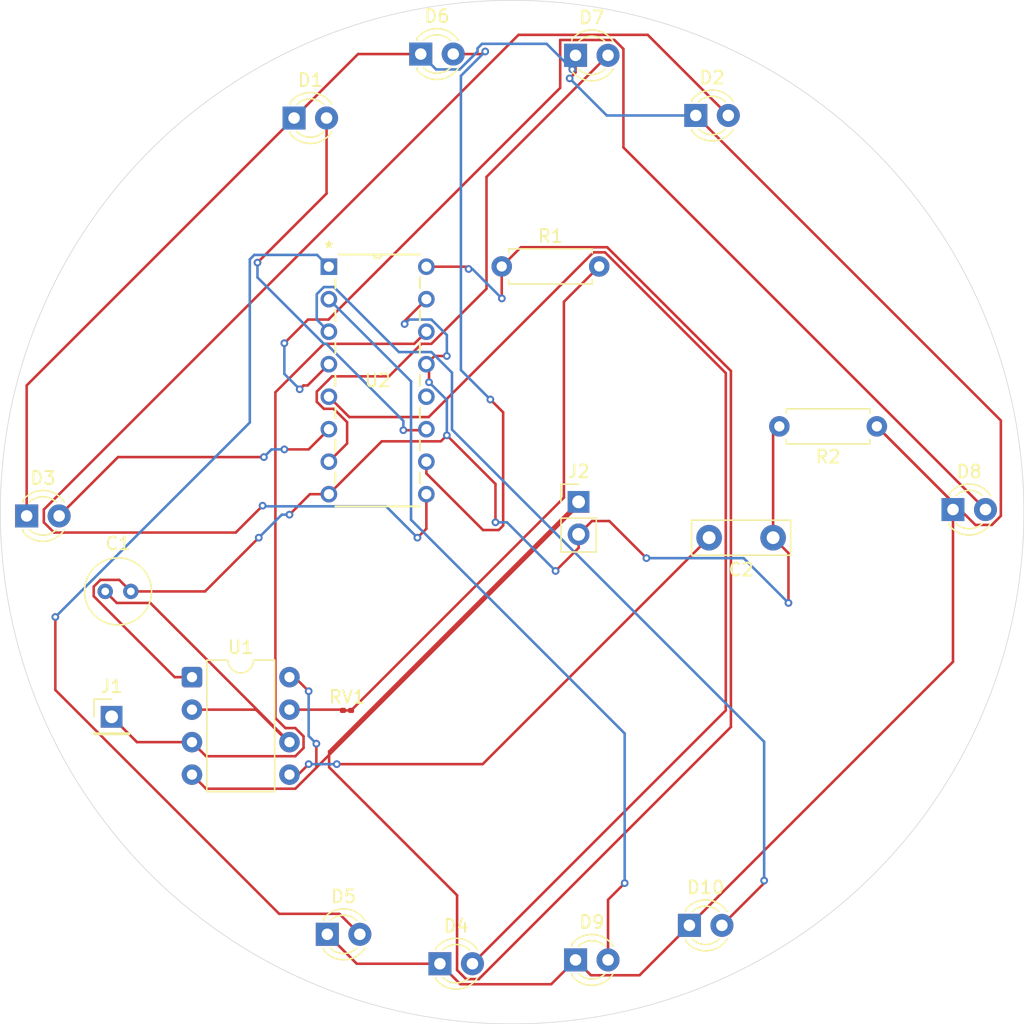
<source format=kicad_pcb>
(kicad_pcb (version 20241229) (generator "pcbnew") (generator_version "9.0")
  (layers (0 "F.Cu" signal) (2 "B.Cu" signal) (13 "F.Paste" user) (15 "B.Paste" user) (5 "F.SilkS" user "F.Silkscreen") (7 "B.SilkS" user "B.Silkscreen") (1 "F.Mask" user) (3 "B.Mask" user) (25 "Edge.Cuts" user))
  (net 0 "")
  (net 1 "TR")
  (net 2 "GND")
  (net 3 "Net-(U1-CONT)")
  (net 4 "Net-(D1-A)")
  (net 5 "Net-(D1-K)")
  (net 6 "Net-(D2-A)")
  (net 7 "Net-(D3-A)")
  (net 8 "Net-(D4-A)")
  (net 9 "Net-(D5-A)")
  (net 10 "Net-(D6-A)")
  (net 11 "Net-(D7-A)")
  (net 12 "Net-(D8-A)")
  (net 13 "Net-(D9-A)")
  (net 14 "Net-(D10-A)")
  (net 15 "OUT")
  (net 16 "+5V")
  (net 17 "Net-(U1-DISCH)")
  (footprint "Capacitor_THT:C_Disc_D7.5mm_W2.5mm_P5.00mm" (layer "F.Cu") (at 169.8 100.9 180)
    (property "Reference" "C2" (at 2.5 -2.5 0) (layer "F.SilkS"))
    (property "Value" "0.01uF")
    (fp_line (start 6.37 1.37) (end -1.37 1.37) (stroke (width 0.12)) (layer "F.SilkS"))
    (fp_line (start 6.37 -1.37) (end 6.37 1.37) (stroke (width 0.12)) (layer "F.SilkS"))
    (fp_line (start -1.37 1.37) (end -1.37 -1.37) (stroke (width 0.12)) (layer "F.SilkS"))
    (fp_line (start -1.37 -1.37) (end 6.37 -1.37) (stroke (width 0.12)) (layer "F.SilkS"))
    (pad "1" thru_hole circle (at 0 0 180) (size 2 2) (drill 1) (layers "*.Cu" "*.Mask") (net 2 "GND"))
    (pad "2" thru_hole circle (at 5 0 180) (size 2 2) (drill 1) (layers "*.Cu" "*.Mask") (net 3 "Net-(U1-CONT)"))
  )
  (footprint "LED_THT:LED_D3.0mm" (layer "F.Cu") (at 163.26 131.2)
    (property "Reference" "D10" (at 1.27 -2.96 0) (layer "F.SilkS"))
    (property "Value" "LED")
    (fp_line (start -0.29 -1.236) (end -0.29 -1.08) (stroke (width 0.12)) (layer "F.SilkS"))
    (fp_line (start -0.29 1.08) (end -0.29 1.236) (stroke (width 0.12)) (layer "F.SilkS"))
    (fp_arc (start -0.29 -1.235516) (mid 1.36566 -1.987699) (end 2.941437 -1.08) (stroke (width 0.12)) (layer "F.SilkS"))
    (fp_arc (start 0.229039 -1.08) (mid 1.27 -1.5) (end 2.310961 -1.08) (stroke (width 0.12)) (layer "F.SilkS"))
    (fp_arc (start 2.310961 1.08) (mid 1.27 1.5) (end 0.229039 1.08) (stroke (width 0.12)) (layer "F.SilkS"))
    (fp_arc (start 2.941437 1.08) (mid 1.36566 1.987699) (end -0.29 1.235516) (stroke (width 0.12)) (layer "F.SilkS"))
    (pad "1" thru_hole rect (at 0 0) (size 1.8 1.8) (drill 0.9) (layers "*.Cu" "*.Mask") (net 5 "Net-(D1-K)"))
    (pad "2" thru_hole circle (at 2.54 0) (size 1.8 1.8) (drill 0.9) (layers "*.Cu" "*.Mask") (net 14 "Net-(D10-A)"))
  )
  (footprint "LED_THT:LED_D3.0mm" (layer "F.Cu") (at 111.46 99.2)
    (property "Reference" "D3" (at 1.27 -2.96 0) (layer "F.SilkS"))
    (property "Value" "LED")
    (fp_line (start -0.29 -1.236) (end -0.29 -1.08) (stroke (width 0.12)) (layer "F.SilkS"))
    (fp_line (start -0.29 1.08) (end -0.29 1.236) (stroke (width 0.12)) (layer "F.SilkS"))
    (fp_arc (start -0.29 -1.235516) (mid 1.36566 -1.987699) (end 2.941437 -1.08) (stroke (width 0.12)) (layer "F.SilkS"))
    (fp_arc (start 0.229039 -1.08) (mid 1.27 -1.5) (end 2.310961 -1.08) (stroke (width 0.12)) (layer "F.SilkS"))
    (fp_arc (start 2.310961 1.08) (mid 1.27 1.5) (end 0.229039 1.08) (stroke (width 0.12)) (layer "F.SilkS"))
    (fp_arc (start 2.941437 1.08) (mid 1.36566 1.987699) (end -0.29 1.235516) (stroke (width 0.12)) (layer "F.SilkS"))
    (pad "1" thru_hole rect (at 0 0) (size 1.8 1.8) (drill 0.9) (layers "*.Cu" "*.Mask") (net 5 "Net-(D1-K)"))
    (pad "2" thru_hole circle (at 2.54 0) (size 1.8 1.8) (drill 0.9) (layers "*.Cu" "*.Mask") (net 7 "Net-(D3-A)"))
  )
  (footprint "Connector_PinHeader_2.54mm:PinHeader_1x02_P2.54mm_Vertical" (layer "F.Cu") (at 154.6 98.1)
    (property "Reference" "J2" (at 0 -2.38 0) (layer "F.SilkS"))
    (property "Value" "Conn_01x02_Socket")
    (fp_line (start -1.38 -1.38) (end 0 -1.38) (stroke (width 0.12)) (layer "F.SilkS"))
    (fp_line (start -1.38 0) (end -1.38 -1.38) (stroke (width 0.12)) (layer "F.SilkS"))
    (fp_line (start -1.38 1.27) (end -1.38 3.92) (stroke (width 0.12)) (layer "F.SilkS"))
    (fp_line (start -1.38 1.27) (end 1.38 1.27) (stroke (width 0.12)) (layer "F.SilkS"))
    (fp_line (start -1.38 3.92) (end 1.38 3.92) (stroke (width 0.12)) (layer "F.SilkS"))
    (fp_line (start 1.38 1.27) (end 1.38 3.92) (stroke (width 0.12)) (layer "F.SilkS"))
    (pad "1" thru_hole rect (at 0 0) (size 1.7 1.7) (drill 1) (layers "*.Cu" "*.Mask") (net 16 "+5V"))
    (pad "2" thru_hole circle (at 0 2.54) (size 1.7 1.7) (drill 1) (layers "*.Cu" "*.Mask") (net 2 "GND"))
  )
  (footprint "Package_DIP:DIP-8_W7.62mm" (layer "F.Cu") (at 124.38 111.8)
    (property "Reference" "U1" (at 3.81 -2.33 0) (layer "F.SilkS"))
    (property "Value" "NE555P")
    (fp_line (start 1.16 -1.33) (end 1.16 8.95) (stroke (width 0.12)) (layer "F.SilkS"))
    (fp_line (start 1.16 8.95) (end 6.46 8.95) (stroke (width 0.12)) (layer "F.SilkS"))
    (fp_line (start 2.81 -1.33) (end 1.16 -1.33) (stroke (width 0.12)) (layer "F.SilkS"))
    (fp_line (start 6.46 -1.33) (end 4.81 -1.33) (stroke (width 0.12)) (layer "F.SilkS"))
    (fp_line (start 6.46 8.95) (end 6.46 -1.33) (stroke (width 0.12)) (layer "F.SilkS"))
    (fp_arc (start 4.81 -1.33) (mid 3.81 -0.33) (end 2.81 -1.33) (stroke (width 0.12)) (layer "F.SilkS"))
    (pad "1" thru_hole roundrect (at 0 0) (size 1.6 1.6) (drill 0.8) (layers "*.Cu" "*.Mask") (roundrect_rratio 0.15625) (net 2 "GND"))
    (pad "2" thru_hole circle (at 0 2.54) (size 1.6 1.6) (drill 0.8) (layers "*.Cu" "*.Mask") (net 1 "TR"))
    (pad "3" thru_hole circle (at 0 5.08) (size 1.6 1.6) (drill 0.8) (layers "*.Cu" "*.Mask") (net 15 "OUT"))
    (pad "4" thru_hole circle (at 0 7.62) (size 1.6 1.6) (drill 0.8) (layers "*.Cu" "*.Mask") (net 16 "+5V"))
    (pad "5" thru_hole circle (at 7.62 7.62) (size 1.6 1.6) (drill 0.8) (layers "*.Cu" "*.Mask") (net 3 "Net-(U1-CONT)"))
    (pad "6" thru_hole circle (at 7.62 5.08) (size 1.6 1.6) (drill 0.8) (layers "*.Cu" "*.Mask") (net 1 "TR"))
    (pad "7" thru_hole circle (at 7.62 2.54) (size 1.6 1.6) (drill 0.8) (layers "*.Cu" "*.Mask") (net 17 "Net-(U1-DISCH)"))
    (pad "8" thru_hole circle (at 7.62 0) (size 1.6 1.6) (drill 0.8) (layers "*.Cu" "*.Mask") (net 16 "+5V"))
  )
  (footprint "Resistor_THT:R_Axial_DIN0207_L6.3mm_D2.5mm_P7.62mm_Horizontal" (layer "F.Cu") (at 148.59 79.7)
    (property "Reference" "R1" (at 3.81 -2.37 0) (layer "F.SilkS"))
    (property "Value" "1k")
    (fp_line (start 0.54 -1.37) (end 7.08 -1.37) (stroke (width 0.12)) (layer "F.SilkS"))
    (fp_line (start 0.54 -1.04) (end 0.54 -1.37) (stroke (width 0.12)) (layer "F.SilkS"))
    (fp_line (start 0.54 1.04) (end 0.54 1.37) (stroke (width 0.12)) (layer "F.SilkS"))
    (fp_line (start 0.54 1.37) (end 7.08 1.37) (stroke (width 0.12)) (layer "F.SilkS"))
    (fp_line (start 7.08 -1.37) (end 7.08 -1.04) (stroke (width 0.12)) (layer "F.SilkS"))
    (fp_line (start 7.08 1.37) (end 7.08 1.04) (stroke (width 0.12)) (layer "F.SilkS"))
    (pad "1" thru_hole circle (at 0 0) (size 1.6 1.6) (drill 0.8) (layers "*.Cu" "*.Mask") (net 16 "+5V"))
    (pad "2" thru_hole circle (at 7.62 0) (size 1.6 1.6) (drill 0.8) (layers "*.Cu" "*.Mask") (net 17 "Net-(U1-DISCH)"))
  )
  (footprint "LED_THT:LED_D3.0mm" (layer "F.Cu") (at 143.76 134.2)
    (property "Reference" "D4" (at 1.27 -2.96 0) (layer "F.SilkS"))
    (property "Value" "LED")
    (fp_line (start -0.29 -1.236) (end -0.29 -1.08) (stroke (width 0.12)) (layer "F.SilkS"))
    (fp_line (start -0.29 1.08) (end -0.29 1.236) (stroke (width 0.12)) (layer "F.SilkS"))
    (fp_arc (start -0.29 -1.235516) (mid 1.36566 -1.987699) (end 2.941437 -1.08) (stroke (width 0.12)) (layer "F.SilkS"))
    (fp_arc (start 0.229039 -1.08) (mid 1.27 -1.5) (end 2.310961 -1.08) (stroke (width 0.12)) (layer "F.SilkS"))
    (fp_arc (start 2.310961 1.08) (mid 1.27 1.5) (end 0.229039 1.08) (stroke (width 0.12)) (layer "F.SilkS"))
    (fp_arc (start 2.941437 1.08) (mid 1.36566 1.987699) (end -0.29 1.235516) (stroke (width 0.12)) (layer "F.SilkS"))
    (pad "1" thru_hole rect (at 0 0) (size 1.8 1.8) (drill 0.9) (layers "*.Cu" "*.Mask") (net 5 "Net-(D1-K)"))
    (pad "2" thru_hole circle (at 2.54 0) (size 1.8 1.8) (drill 0.9) (layers "*.Cu" "*.Mask") (net 8 "Net-(D4-A)"))
  )
  (footprint "LED_THT:LED_D3.0mm" (layer "F.Cu") (at 134.96 131.9)
    (property "Reference" "D5" (at 1.27 -2.96 0) (layer "F.SilkS"))
    (property "Value" "LED")
    (fp_line (start -0.29 -1.236) (end -0.29 -1.08) (stroke (width 0.12)) (layer "F.SilkS"))
    (fp_line (start -0.29 1.08) (end -0.29 1.236) (stroke (width 0.12)) (layer "F.SilkS"))
    (fp_arc (start -0.29 -1.235516) (mid 1.36566 -1.987699) (end 2.941437 -1.08) (stroke (width 0.12)) (layer "F.SilkS"))
    (fp_arc (start 0.229039 -1.08) (mid 1.27 -1.5) (end 2.310961 -1.08) (stroke (width 0.12)) (layer "F.SilkS"))
    (fp_arc (start 2.310961 1.08) (mid 1.27 1.5) (end 0.229039 1.08) (stroke (width 0.12)) (layer "F.SilkS"))
    (fp_arc (start 2.941437 1.08) (mid 1.36566 1.987699) (end -0.29 1.235516) (stroke (width 0.12)) (layer "F.SilkS"))
    (pad "1" thru_hole rect (at 0 0) (size 1.8 1.8) (drill 0.9) (layers "*.Cu" "*.Mask") (net 5 "Net-(D1-K)"))
    (pad "2" thru_hole circle (at 2.54 0) (size 1.8 1.8) (drill 0.9) (layers "*.Cu" "*.Mask") (net 9 "Net-(D5-A)"))
  )
  (footprint "LED_THT:LED_D3.0mm" (layer "F.Cu") (at 163.76 67.9)
    (property "Reference" "D2" (at 1.27 -2.96 0) (layer "F.SilkS"))
    (property "Value" "LED")
    (fp_line (start -0.29 -1.236) (end -0.29 -1.08) (stroke (width 0.12)) (layer "F.SilkS"))
    (fp_line (start -0.29 1.08) (end -0.29 1.236) (stroke (width 0.12)) (layer "F.SilkS"))
    (fp_arc (start -0.29 -1.235516) (mid 1.36566 -1.987699) (end 2.941437 -1.08) (stroke (width 0.12)) (layer "F.SilkS"))
    (fp_arc (start 0.229039 -1.08) (mid 1.27 -1.5) (end 2.310961 -1.08) (stroke (width 0.12)) (layer "F.SilkS"))
    (fp_arc (start 2.310961 1.08) (mid 1.27 1.5) (end 0.229039 1.08) (stroke (width 0.12)) (layer "F.SilkS"))
    (fp_arc (start 2.941437 1.08) (mid 1.36566 1.987699) (end -0.29 1.235516) (stroke (width 0.12)) (layer "F.SilkS"))
    (pad "1" thru_hole rect (at 0 0) (size 1.8 1.8) (drill 0.9) (layers "*.Cu" "*.Mask") (net 5 "Net-(D1-K)"))
    (pad "2" thru_hole circle (at 2.54 0) (size 1.8 1.8) (drill 0.9) (layers "*.Cu" "*.Mask") (net 6 "Net-(D2-A)"))
  )
  (footprint "LED_THT:LED_D3.0mm" (layer "F.Cu") (at 132.36 68.1)
    (property "Reference" "D1" (at 1.27 -2.96 0) (layer "F.SilkS"))
    (property "Value" "LED")
    (fp_line (start -0.29 -1.236) (end -0.29 -1.08) (stroke (width 0.12)) (layer "F.SilkS"))
    (fp_line (start -0.29 1.08) (end -0.29 1.236) (stroke (width 0.12)) (layer "F.SilkS"))
    (fp_arc (start -0.29 -1.235516) (mid 1.36566 -1.987699) (end 2.941437 -1.08) (stroke (width 0.12)) (layer "F.SilkS"))
    (fp_arc (start 0.229039 -1.08) (mid 1.27 -1.5) (end 2.310961 -1.08) (stroke (width 0.12)) (layer "F.SilkS"))
    (fp_arc (start 2.310961 1.08) (mid 1.27 1.5) (end 0.229039 1.08) (stroke (width 0.12)) (layer "F.SilkS"))
    (fp_arc (start 2.941437 1.08) (mid 1.36566 1.987699) (end -0.29 1.235516) (stroke (width 0.12)) (layer "F.SilkS"))
    (pad "1" thru_hole rect (at 0 0) (size 1.8 1.8) (drill 0.9) (layers "*.Cu" "*.Mask") (net 5 "Net-(D1-K)"))
    (pad "2" thru_hole circle (at 2.54 0) (size 1.8 1.8) (drill 0.9) (layers "*.Cu" "*.Mask") (net 4 "Net-(D1-A)"))
  )
  (footprint "Cap:N16" (layer "F.Cu") (at 142.7 97.5)
    (property "Reference" "U2" (at -3.81 -8.89 0) (layer "F.SilkS"))
    (property "Value" "4017")
    (fp_line (start -7.112 -16.79956) (end -7.112 -16.078569) (stroke (width 0.1524)) (layer "F.SilkS"))
    (fp_line (start -7.112 -14.401431) (end -7.112 -13.538569) (stroke (width 0.1524)) (layer "F.SilkS"))
    (fp_line (start -7.112 -11.861431) (end -7.112 -10.998569) (stroke (width 0.1524)) (layer "F.SilkS"))
    (fp_line (start -7.112 -9.321431) (end -7.112 -8.458569) (stroke (width 0.1524)) (layer "F.SilkS"))
    (fp_line (start -7.112 -6.781431) (end -7.112 -5.918569) (stroke (width 0.1524)) (layer "F.SilkS"))
    (fp_line (start -7.112 -4.241431) (end -7.112 -3.378569) (stroke (width 0.1524)) (layer "F.SilkS"))
    (fp_line (start -7.112 -1.701431) (end -7.112 -0.838569) (stroke (width 0.1524)) (layer "F.SilkS"))
    (fp_line (start -7.112 0.9525) (end -0.508 0.9525) (stroke (width 0.1524)) (layer "F.SilkS"))
    (fp_line (start -0.508 -18.7325) (end -6.838835 -18.7325) (stroke (width 0.1524)) (layer "F.SilkS"))
    (fp_line (start -0.508 -16.078569) (end -0.508 -16.941431) (stroke (width 0.1524)) (layer "F.SilkS"))
    (fp_line (start -0.508 -13.538569) (end -0.508 -14.401431) (stroke (width 0.1524)) (layer "F.SilkS"))
    (fp_line (start -0.508 -10.998569) (end -0.508 -11.861431) (stroke (width 0.1524)) (layer "F.SilkS"))
    (fp_line (start -0.508 -8.458569) (end -0.508 -9.321431) (stroke (width 0.1524)) (layer "F.SilkS"))
    (fp_line (start -0.508 -5.918569) (end -0.508 -6.781431) (stroke (width 0.1524)) (layer "F.SilkS"))
    (fp_line (start -0.508 -3.378569) (end -0.508 -4.241431) (stroke (width 0.1524)) (layer "F.SilkS"))
    (fp_line (start -0.508 -0.838569) (end -0.508 -1.701431) (stroke (width 0.1524)) (layer "F.SilkS"))
    (fp_arc (start -3.5052 -18.7325) (mid -3.81 -18.4277) (end -4.1148 -18.7325) (stroke (width 0.1524)) (layer "F.SilkS"))
    (fp_text user "*" (at -7.62 -19.1897 0) (layer "F.SilkS"))
    (fp_text user "*" (at -7.62 -19.1897 0) (layer "F.SilkS"))
    (pad "1" thru_hole rect (at -7.62 -17.78) (size 1.2954 1.2954) (drill 0.7874) (layers "*.Cu" "*.Mask") (net 9 "Net-(D5-A)"))
    (pad "2" thru_hole circle (at -7.62 -15.24) (size 1.2954 1.2954) (drill 0.7874) (layers "*.Cu" "*.Mask") (net 13 "Net-(D9-A)"))
    (pad "3" thru_hole circle (at -7.62 -12.7) (size 1.2954 1.2954) (drill 0.7874) (layers "*.Cu" "*.Mask") (net 14 "Net-(D10-A)"))
    (pad "4" thru_hole circle (at -7.62 -10.16) (size 1.2954 1.2954) (drill 0.7874) (layers "*.Cu" "*.Mask") (net 12 "Net-(D8-A)"))
    (pad "5" thru_hole circle (at -7.62 -7.62) (size 1.2954 1.2954) (drill 0.7874) (layers "*.Cu" "*.Mask") (net 8 "Net-(D4-A)"))
    (pad "6" thru_hole circle (at -7.62 -5.08) (size 1.2954 1.2954) (drill 0.7874) (layers "*.Cu" "*.Mask") (net 7 "Net-(D3-A)"))
    (pad "7" thru_hole circle (at -7.62 -2.54) (size 1.2954 1.2954) (drill 0.7874) (layers "*.Cu" "*.Mask") (net 11 "Net-(D7-A)"))
    (pad "8" thru_hole circle (at -7.62 0) (size 1.2954 1.2954) (drill 0.7874) (layers "*.Cu" "*.Mask") (net 2 "GND"))
    (pad "9" thru_hole circle (at 0 0) (size 1.2954 1.2954) (drill 0.7874) (layers "*.Cu" "*.Mask") (net 6 "Net-(D2-A)"))
    (pad "10" thru_hole circle (at 0 -2.54) (size 1.2954 1.2954) (drill 0.7874) (layers "*.Cu" "*.Mask") (net 10 "Net-(D6-A)"))
    (pad "11" thru_hole circle (at 0 -5.08) (size 1.2954 1.2954) (drill 0.7874) (layers "*.Cu" "*.Mask") (net 4 "Net-(D1-A)"))
    (pad "12" thru_hole circle (at 0 -7.62) (size 1.2954 1.2954) (drill 0.7874) (layers "*.Cu" "*.Mask"))
    (pad "13" thru_hole circle (at 0 -10.16) (size 1.2954 1.2954) (drill 0.7874) (layers "*.Cu" "*.Mask") (net 2 "GND"))
    (pad "14" thru_hole circle (at 0 -12.7) (size 1.2954 1.2954) (drill 0.7874) (layers "*.Cu" "*.Mask") (net 15 "OUT"))
    (pad "15" thru_hole circle (at 0 -15.24) (size 1.2954 1.2954) (drill 0.7874) (layers "*.Cu" "*.Mask") (net 2 "GND"))
    (pad "16" thru_hole circle (at 0 -17.78) (size 1.2954 1.2954) (drill 0.7874) (layers "*.Cu" "*.Mask") (net 16 "+5V"))
  )
  (footprint "LED_THT:LED_D3.0mm" (layer "F.Cu") (at 154.36 133.9)
    (property "Reference" "D9" (at 1.27 -2.96 0) (layer "F.SilkS"))
    (property "Value" "LED")
    (fp_line (start -0.29 -1.236) (end -0.29 -1.08) (stroke (width 0.12)) (layer "F.SilkS"))
    (fp_line (start -0.29 1.08) (end -0.29 1.236) (stroke (width 0.12)) (layer "F.SilkS"))
    (fp_arc (start -0.29 -1.235516) (mid 1.36566 -1.987699) (end 2.941437 -1.08) (stroke (width 0.12)) (layer "F.SilkS"))
    (fp_arc (start 0.229039 -1.08) (mid 1.27 -1.5) (end 2.310961 -1.08) (stroke (width 0.12)) (layer "F.SilkS"))
    (fp_arc (start 2.310961 1.08) (mid 1.27 1.5) (end 0.229039 1.08) (stroke (width 0.12)) (layer "F.SilkS"))
    (fp_arc (start 2.941437 1.08) (mid 1.36566 1.987699) (end -0.29 1.235516) (stroke (width 0.12)) (layer "F.SilkS"))
    (pad "1" thru_hole rect (at 0 0) (size 1.8 1.8) (drill 0.9) (layers "*.Cu" "*.Mask") (net 5 "Net-(D1-K)"))
    (pad "2" thru_hole circle (at 2.54 0) (size 1.8 1.8) (drill 0.9) (layers "*.Cu" "*.Mask") (net 13 "Net-(D9-A)"))
  )
  (footprint "Resistor_SMD:R_0201_0603Metric" (layer "F.Cu") (at 136.5 114.4)
    (property "Reference" "RV1" (at 0 -1.05 0) (layer "F.SilkS"))
    (property "Value" "50k")
    (pad "1" smd roundrect (at -0.32 0) (size 0.46 0.4) (layers "F.Cu" "F.Mask") (net 17 "Net-(U1-DISCH)"))
    (pad "2" smd roundrect (at 0.32 0) (size 0.46 0.4) (layers "F.Cu" "F.Mask") (net 17 "Net-(U1-DISCH)"))
  )
  (footprint "LED_THT:LED_D3.0mm" (layer "F.Cu") (at 142.26 63.1)
    (property "Reference" "D6" (at 1.27 -2.96 0) (layer "F.SilkS"))
    (property "Value" "LED")
    (fp_line (start -0.29 -1.236) (end -0.29 -1.08) (stroke (width 0.12)) (layer "F.SilkS"))
    (fp_line (start -0.29 1.08) (end -0.29 1.236) (stroke (width 0.12)) (layer "F.SilkS"))
    (fp_arc (start -0.29 -1.235516) (mid 1.36566 -1.987699) (end 2.941437 -1.08) (stroke (width 0.12)) (layer "F.SilkS"))
    (fp_arc (start 0.229039 -1.08) (mid 1.27 -1.5) (end 2.310961 -1.08) (stroke (width 0.12)) (layer "F.SilkS"))
    (fp_arc (start 2.310961 1.08) (mid 1.27 1.5) (end 0.229039 1.08) (stroke (width 0.12)) (layer "F.SilkS"))
    (fp_arc (start 2.941437 1.08) (mid 1.36566 1.987699) (end -0.29 1.235516) (stroke (width 0.12)) (layer "F.SilkS"))
    (pad "1" thru_hole rect (at 0 0) (size 1.8 1.8) (drill 0.9) (layers "*.Cu" "*.Mask") (net 5 "Net-(D1-K)"))
    (pad "2" thru_hole circle (at 2.54 0) (size 1.8 1.8) (drill 0.9) (layers "*.Cu" "*.Mask") (net 10 "Net-(D6-A)"))
  )
  (footprint "LED_THT:LED_D3.0mm" (layer "F.Cu") (at 154.36 63.2)
    (property "Reference" "D7" (at 1.27 -2.96 0) (layer "F.SilkS"))
    (property "Value" "LED")
    (fp_line (start -0.29 -1.236) (end -0.29 -1.08) (stroke (width 0.12)) (layer "F.SilkS"))
    (fp_line (start -0.29 1.08) (end -0.29 1.236) (stroke (width 0.12)) (layer "F.SilkS"))
    (fp_arc (start -0.29 -1.235516) (mid 1.36566 -1.987699) (end 2.941437 -1.08) (stroke (width 0.12)) (layer "F.SilkS"))
    (fp_arc (start 0.229039 -1.08) (mid 1.27 -1.5) (end 2.310961 -1.08) (stroke (width 0.12)) (layer "F.SilkS"))
    (fp_arc (start 2.310961 1.08) (mid 1.27 1.5) (end 0.229039 1.08) (stroke (width 0.12)) (layer "F.SilkS"))
    (fp_arc (start 2.941437 1.08) (mid 1.36566 1.987699) (end -0.29 1.235516) (stroke (width 0.12)) (layer "F.SilkS"))
    (pad "1" thru_hole rect (at 0 0) (size 1.8 1.8) (drill 0.9) (layers "*.Cu" "*.Mask") (net 5 "Net-(D1-K)"))
    (pad "2" thru_hole circle (at 2.54 0) (size 1.8 1.8) (drill 0.9) (layers "*.Cu" "*.Mask") (net 11 "Net-(D7-A)"))
  )
  (footprint "Resistor_THT:R_Axial_DIN0207_L6.3mm_D2.5mm_P7.62mm_Horizontal" (layer "F.Cu") (at 177.91 92.2 180)
    (property "Reference" "R2" (at 3.81 -2.37 0) (layer "F.SilkS"))
    (property "Value" "470")
    (fp_line (start 7.08 1.37) (end 7.08 1.04) (stroke (width 0.12)) (layer "F.SilkS"))
    (fp_line (start 7.08 -1.37) (end 7.08 -1.04) (stroke (width 0.12)) (layer "F.SilkS"))
    (fp_line (start 0.54 1.37) (end 7.08 1.37) (stroke (width 0.12)) (layer "F.SilkS"))
    (fp_line (start 0.54 1.04) (end 0.54 1.37) (stroke (width 0.12)) (layer "F.SilkS"))
    (fp_line (start 0.54 -1.04) (end 0.54 -1.37) (stroke (width 0.12)) (layer "F.SilkS"))
    (fp_line (start 0.54 -1.37) (end 7.08 -1.37) (stroke (width 0.12)) (layer "F.SilkS"))
    (pad "1" thru_hole circle (at 0 0 180) (size 1.6 1.6) (drill 0.8) (layers "*.Cu" "*.Mask") (net 5 "Net-(D1-K)"))
    (pad "2" thru_hole circle (at 7.62 0 180) (size 1.6 1.6) (drill 0.8) (layers "*.Cu" "*.Mask") (net 2 "GND"))
  )
  (footprint "Capacitor_THT:C_Radial_D5.0mm_H5.0mm_P2.00mm" (layer "F.Cu") (at 117.6 105.1)
    (property "Reference" "C1" (at 1 -3.75 0) (layer "F.SilkS"))
    (property "Value" "1uF")
    (fp_circle (center 1 0) (end 3.62 0) (stroke (width 0.12)) (fill no) (layer "F.SilkS"))
    (pad "1" thru_hole circle (at 0 0) (size 1.2 1.2) (drill 0.6) (layers "*.Cu" "*.Mask") (net 1 "TR"))
    (pad "2" thru_hole circle (at 2 0) (size 1.2 1.2) (drill 0.6) (layers "*.Cu" "*.Mask") (net 2 "GND"))
  )
  (footprint "Connector_PinHeader_2.54mm:PinHeader_1x01_P2.54mm_Vertical" (layer "F.Cu") (at 118.1 114.9)
    (property "Reference" "J1" (at 0 -2.38 0) (layer "F.SilkS"))
    (property "Value" "Conn_01x01_Socket")
    (fp_line (start -1.38 -1.38) (end 0 -1.38) (stroke (width 0.12)) (layer "F.SilkS"))
    (fp_line (start -1.38 0) (end -1.38 -1.38) (stroke (width 0.12)) (layer "F.SilkS"))
    (fp_line (start -1.38 1.27) (end -1.38 1.38) (stroke (width 0.12)) (layer "F.SilkS"))
    (fp_line (start -1.38 1.27) (end 1.38 1.27) (stroke (width 0.12)) (layer "F.SilkS"))
    (fp_line (start -1.38 1.38) (end 1.38 1.38) (stroke (width 0.12)) (layer "F.SilkS"))
    (fp_line (start 1.38 1.27) (end 1.38 1.38) (stroke (width 0.12)) (layer "F.SilkS"))
    (pad "1" thru_hole rect (at 0 0) (size 1.7 1.7) (drill 1) (layers "*.Cu" "*.Mask") (net 15 "OUT"))
  )
  (footprint "LED_THT:LED_D3.0mm" (layer "F.Cu") (at 183.86 98.7)
    (property "Reference" "D8" (at 1.27 -2.96 0) (layer "F.SilkS"))
    (property "Value" "LED")
    (fp_line (start -0.29 -1.236) (end -0.29 -1.08) (stroke (width 0.12)) (layer "F.SilkS"))
    (fp_line (start -0.29 1.08) (end -0.29 1.236) (stroke (width 0.12)) (layer "F.SilkS"))
    (fp_arc (start -0.29 -1.235516) (mid 1.36566 -1.987699) (end 2.941437 -1.08) (stroke (width 0.12)) (layer "F.SilkS"))
    (fp_arc (start 0.229039 -1.08) (mid 1.27 -1.5) (end 2.310961 -1.08) (stroke (width 0.12)) (layer "F.SilkS"))
    (fp_arc (start 2.310961 1.08) (mid 1.27 1.5) (end 0.229039 1.08) (stroke (width 0.12)) (layer "F.SilkS"))
    (fp_arc (start 2.941437 1.08) (mid 1.36566 1.987699) (end -0.29 1.235516) (stroke (width 0.12)) (layer "F.SilkS"))
    (pad "1" thru_hole rect (at 0 0) (size 1.8 1.8) (drill 0.9) (layers "*.Cu" "*.Mask") (net 5 "Net-(D1-K)"))
    (pad "2" thru_hole circle (at 2.54 0) (size 1.8 1.8) (drill 0.9) (layers "*.Cu" "*.Mask") (net 12 "Net-(D8-A)"))
  )
  (gr_circle (center 149.4 98.9) (end 149.5 58.9) (stroke (width 0.05)) (fill no) (layer "Edge.Cuts"))
  (segment (start 121.121 106.001) (end 118.501 106.001) (width 0.2) (layer "F.Cu") (net 1))
  (segment (start 132 116.88) (end 121.121 106.001) (width 0.2) (layer "F.Cu") (net 1))
  (segment (start 132 116.88) (end 131.92 116.88) (width 0.2) (layer "F.Cu") (net 1))
  (segment (start 129.38 114.34) (end 124.38 114.34) (width 0.2) (layer "F.Cu") (net 1))
  (segment (start 131.92 116.88) (end 129.38 114.34) (width 0.2) (layer "F.Cu") (net 1))
  (segment (start 118.501 106.001) (end 117.6 105.1) (width 0.2) (layer "F.Cu") (net 1))
  (segment (start 143.8313 93.3687) (end 144.3 92.9) (width 0.2) (layer "F.Cu") (net 2))
  (segment (start 139.2113 93.3687) (end 143.8313 93.3687) (width 0.2) (layer "F.Cu") (net 2))
  (segment (start 156.999 99.599) (end 159.9 102.5) (width 0.2) (layer "F.Cu") (net 2))
  (segment (start 171 106) (end 171 102.1) (width 0.2) (layer "F.Cu") (net 2))
  (segment (start 125.4 105.1) (end 119.6 105.1) (width 0.2) (layer "F.Cu") (net 2))
  (segment (start 133.6 97.5) (end 132 99.1) (width 0.2) (layer "F.Cu") (net 2))
  (segment (start 154.6 101.7) (end 152.8 103.5) (width 0.2) (layer "F.Cu") (net 2))
  (segment (start 154.6 100.64) (end 154.6 101.7) (width 0.2) (layer "F.Cu") (net 2))
  (segment (start 144.3 86.7) (end 143.34 86.7) (width 0.2) (layer "F.Cu") (net 2))
  (segment (start 148.1 96.7) (end 144.3 92.9) (width 0.2) (layer "F.Cu") (net 2))
  (segment (start 119.6 105.1) (end 118.699 104.199) (width 0.2) (layer "F.Cu") (net 2))
  (segment (start 142.7 82.26) (end 141 83.96) (width 0.2) (layer "F.Cu") (net 2))
  (segment (start 117.226793 104.199) (end 116.699 104.726793) (width 0.2) (layer "F.Cu") (net 2))
  (segment (start 155.641 99.599) (end 156.999 99.599) (width 0.2) (layer "F.Cu") (net 2))
  (segment (start 141 83.96) (end 141 84.2) (width 0.2) (layer "F.Cu") (net 2))
  (segment (start 171 102.1) (end 169.8 100.9) (width 0.2) (layer "F.Cu") (net 2))
  (segment (start 142.908984 88.751485) (end 142.908984 87.548984) (width 0.2) (layer "F.Cu") (net 2))
  (segment (start 143.34 86.7) (end 142.7 87.34) (width 0.2) (layer "F.Cu") (net 2))
  (segment (start 135.08 97.5) (end 133.6 97.5) (width 0.2) (layer "F.Cu") (net 2))
  (segment (start 169.8 92.69) (end 170.29 92.2) (width 0.2) (layer "F.Cu") (net 2))
  (segment (start 169.8 100.9) (end 169.8 92.69) (width 0.2) (layer "F.Cu") (net 2))
  (segment (start 154.6 100.64) (end 155.641 99.599) (width 0.2) (layer "F.Cu") (net 2))
  (segment (start 148.1 99.7) (end 148.1 96.7) (width 0.2) (layer "F.Cu") (net 2))
  (segment (start 116.699 104.726793) (end 116.699 105.473207) (width 0.2) (layer "F.Cu") (net 2))
  (segment (start 142.908984 87.548984) (end 142.7 87.34) (width 0.2) (layer "F.Cu") (net 2))
  (segment (start 123.025793 111.8) (end 124.38 111.8) (width 0.2) (layer "F.Cu") (net 2))
  (segment (start 118.699 104.199) (end 117.226793 104.199) (width 0.2) (layer "F.Cu") (net 2))
  (segment (start 135.08 97.5) (end 139.2113 93.3687) (width 0.2) (layer "F.Cu") (net 2))
  (segment (start 116.699 105.473207) (end 123.025793 111.8) (width 0.2) (layer "F.Cu") (net 2))
  (segment (start 129.6 100.9) (end 125.4 105.1) (width 0.2) (layer "F.Cu") (net 2))
  (via (at 144.3 86.7) (size 0.6) (drill 0.3) (layers "F.Cu" "B.Cu") (net 2))
  (via (at 141 84.2) (size 0.6) (drill 0.3) (layers "F.Cu" "B.Cu") (net 2))
  (via (at 132 99.1) (size 0.6) (drill 0.3) (layers "F.Cu" "B.Cu") (net 2))
  (via (at 142.908984 88.751485) (size 0.6) (drill 0.3) (layers "F.Cu" "B.Cu") (net 2))
  (via (at 152.8 103.5) (size 0.6) (drill 0.3) (layers "F.Cu" "B.Cu") (net 2))
  (via (at 148.1 99.7) (size 0.6) (drill 0.3) (layers "F.Cu" "B.Cu") (net 2))
  (via (at 159.9 102.5) (size 0.6) (drill 0.3) (layers "F.Cu" "B.Cu") (net 2))
  (via (at 171 106) (size 0.6) (drill 0.3) (layers "F.Cu" "B.Cu") (net 2))
  (via (at 144.3 92.9) (size 0.6) (drill 0.3) (layers "F.Cu" "B.Cu") (net 2))
  (via (at 129.6 100.9) (size 0.6) (drill 0.3) (layers "F.Cu" "B.Cu") (net 2))
  (segment (start 142.91315 88.751485) (end 142.908984 88.751485) (width 0.2) (layer "B.Cu") (net 2))
  (segment (start 149 99.7) (end 148.1 99.7) (width 0.2) (layer "B.Cu") (net 2))
  (segment (start 143.092965 83.8513) (end 144.3 85.058335) (width 0.2) (layer "B.Cu") (net 2))
  (segment (start 144.3 85.058335) (end 144.3 86.7) (width 0.2) (layer "B.Cu") (net 2))
  (segment (start 159.9 102.5) (end 167.5 102.5) (width 0.2) (layer "B.Cu") (net 2))
  (segment (start 152.8 103.5) (end 149 99.7) (width 0.2) (layer "B.Cu") (net 2))
  (segment (start 141 84.2) (end 141.3487 83.8513) (width 0.2) (layer "B.Cu") (net 2))
  (segment (start 144.3 90.138335) (end 142.91315 88.751485) (width 0.2) (layer "B.Cu") (net 2))
  (segment (start 131.4 99.1) (end 129.6 100.9) (width 0.2) (layer "B.Cu") (net 2))
  (segment (start 132 99.1) (end 131.4 99.1) (width 0.2) (layer "B.Cu") (net 2))
  (segment (start 167.5 102.5) (end 171 106) (width 0.2) (layer "B.Cu") (net 2))
  (segment (start 144.3 92.9) (end 144.3 90.138335) (width 0.2) (layer "B.Cu") (net 2))
  (segment (start 141.3487 83.8513) (end 143.092965 83.8513) (width 0.2) (layer "B.Cu") (net 2))
  (segment (start 132 119.42) (end 132.68 119.42) (width 0.2) (layer "F.Cu") (net 3))
  (segment (start 135.7 118.6) (end 147.1 118.6) (width 0.2) (layer "F.Cu") (net 3))
  (segment (start 132.68 119.42) (end 133.5 118.6) (width 0.2) (layer "F.Cu") (net 3))
  (segment (start 147.1 118.6) (end 164.8 100.9) (width 0.2) (layer "F.Cu") (net 3))
  (via (at 135.7 118.6) (size 0.6) (drill 0.3) (layers "F.Cu" "B.Cu") (net 3))
  (via (at 133.5 118.6) (size 0.6) (drill 0.3) (layers "F.Cu" "B.Cu") (net 3))
  (segment (start 133.5 118.6) (end 135.7 118.6) (width 0.2) (layer "B.Cu") (net 3))
  (segment (start 134.9 74) (end 129.5 79.4) (width 0.2) (layer "F.Cu") (net 4))
  (segment (start 142.62 92.5) (end 142.7 92.42) (width 0.2) (layer "F.Cu") (net 4))
  (segment (start 134.9 68.1) (end 134.9 74) (width 0.2) (layer "F.Cu") (net 4))
  (segment (start 140.9 92.5) (end 142.62 92.5) (width 0.2) (layer "F.Cu") (net 4))
  (via (at 140.9 92.5) (size 0.6) (drill 0.3) (layers "F.Cu" "B.Cu") (net 4))
  (via (at 129.5 79.4) (size 0.6) (drill 0.3) (layers "F.Cu" "B.Cu") (net 4))
  (segment (start 140.9 91.7687) (end 140.9 92.5) (width 0.2) (layer "B.Cu") (net 4))
  (segment (start 129.5 80.561665) (end 134.687035 85.7487) (width 0.2) (layer "B.Cu") (net 4))
  (segment (start 134.687035 85.7487) (end 134.88 85.7487) (width 0.2) (layer "B.Cu") (net 4))
  (segment (start 129.5 79.4) (end 129.5 80.561665) (width 0.2) (layer "B.Cu") (net 4))
  (segment (start 134.88 85.7487) (end 140.9 91.7687) (width 0.2) (layer "B.Cu") (net 4))
  (segment (start 154.36 63.2) (end 154.36 64.04) (width 0.2) (layer "F.Cu") (net 5))
  (segment (start 183.86 110.6) (end 163.26 131.2) (width 0.2) (layer "F.Cu") (net 5))
  (segment (start 142.26 63.1) (end 137.36 63.1) (width 0.2) (layer "F.Cu") (net 5))
  (segment (start 159.359 135.101) (end 163.26 131.2) (width 0.2) (layer "F.Cu") (net 5))
  (segment (start 177.91 92.2) (end 183.86 98.15) (width 0.2) (layer "F.Cu") (net 5))
  (segment (start 187.601 91.741) (end 163.76 67.9) (width 0.2) (layer "F.Cu") (net 5))
  (segment (start 137.26 134.2) (end 143.76 134.2) (width 0.2) (layer "F.Cu") (net 5))
  (segment (start 177.91 92.2) (end 185.611 99.901) (width 0.2) (layer "F.Cu") (net 5))
  (segment (start 183.86 98.7) (end 183.86 110.6) (width 0.2) (layer "F.Cu") (net 5))
  (segment (start 137.36 63.1) (end 132.36 68.1) (width 0.2) (layer "F.Cu") (net 5))
  (segment (start 183.86 98.15) (end 183.86 98.7) (width 0.2) (layer "F.Cu") (net 5))
  (segment (start 154.36 64.54) (end 153.9 65) (width 0.2) (layer "F.Cu") (net 5))
  (segment (start 143.76 134.2) (end 145.362 135.802) (width 0.2) (layer "F.Cu") (net 5))
  (segment (start 154.36 63.2) (end 154.36 64.54) (width 0.2) (layer "F.Cu") (net 5))
  (segment (start 186.897471 99.901) (end 187.601 99.197471) (width 0.2) (layer "F.Cu") (net 5))
  (segment (start 154.36 133.9) (end 155.561 135.101) (width 0.2) (layer "F.Cu") (net 5))
  (segment (start 145.362 135.802) (end 152.458 135.802) (width 0.2) (layer "F.Cu") (net 5))
  (segment (start 152.458 135.802) (end 154.36 133.9) (width 0.2) (layer "F.Cu") (net 5))
  (segment (start 111.46 89) (end 111.46 99.2) (width 0.2) (layer "F.Cu") (net 5))
  (segment (start 187.601 99.197471) (end 187.601 91.741) (width 0.2) (layer "F.Cu") (net 5))
  (segment (start 155.561 135.101) (end 159.359 135.101) (width 0.2) (layer "F.Cu") (net 5))
  (segment (start 185.611 99.901) (end 186.897471 99.901) (width 0.2) (layer "F.Cu") (net 5))
  (segment (start 134.96 131.9) (end 137.26 134.2) (width 0.2) (layer "F.Cu") (net 5))
  (segment (start 154.36 64.04) (end 154.1 64.3) (width 0.2) (layer "F.Cu") (net 5))
  (segment (start 132.36 68.1) (end 111.46 89) (width 0.2) (layer "F.Cu") (net 5))
  (via (at 153.9 65) (size 0.6) (drill 0.3) (layers "F.Cu" "B.Cu") (net 5))
  (via (at 154.1 64.3) (size 0.6) (drill 0.3) (layers "F.Cu" "B.Cu") (net 5))
  (segment (start 154.1 64.3) (end 152.099 62.299) (width 0.2) (layer "B.Cu") (net 5))
  (segment (start 145.297471 64.301) (end 143.461 64.301) (width 0.2) (layer "B.Cu") (net 5))
  (segment (start 147.051057 62.299) (end 146.699 62.651057) (width 0.2) (layer "B.Cu") (net 5))
  (segment (start 152.099 62.299) (end 147.051057 62.299) (width 0.2) (layer "B.Cu") (net 5))
  (segment (start 143.461 64.301) (end 142.26 63.1) (width 0.2) (layer "B.Cu") (net 5))
  (segment (start 146.699 62.899471) (end 145.297471 64.301) (width 0.2) (layer "B.Cu") (net 5))
  (segment (start 146.699 62.651057) (end 146.699 62.899471) (width 0.2) (layer "B.Cu") (net 5))
  (segment (start 153.9 65) (end 156.8 67.9) (width 0.2) (layer "B.Cu") (net 5))
  (segment (start 156.8 67.9) (end 163.76 67.9) (width 0.2) (layer "B.Cu") (net 5))
  (segment (start 149.903529 61.598) (end 112.799 98.702529) (width 0.2) (layer "F.Cu") (net 6))
  (segment (start 113.601529 100.5) (end 127.8 100.5) (width 0.2) (layer "F.Cu") (net 6))
  (segment (start 112.799 98.702529) (end 112.799 99.697471) (width 0.2) (layer "F.Cu") (net 6))
  (segment (start 112.799 99.697471) (end 113.601529 100.5) (width 0.2) (layer "F.Cu") (net 6))
  (segment (start 127.8 100.5) (end 129.9 98.4) (width 0.2) (layer "F.Cu") (net 6))
  (segment (start 166.3 67.9) (end 159.998 61.598) (width 0.2) (layer "F.Cu") (net 6))
  (segment (start 142 100.9) (end 142.7 100.2) (width 0.2) (layer "F.Cu") (net 6))
  (segment (start 142.7 100.2) (end 142.7 97.5) (width 0.2) (layer "F.Cu") (net 6))
  (segment (start 159.998 61.598) (end 149.903529 61.598) (width 0.2) (layer "F.Cu") (net 6))
  (via (at 142 100.9) (size 0.6) (drill 0.3) (layers "F.Cu" "B.Cu") (net 6))
  (via (at 129.9 98.4) (size 0.6) (drill 0.3) (layers "F.Cu" "B.Cu") (net 6))
  (segment (start 129.9 98.4) (end 129.9487 98.4487) (width 0.2) (layer "B.Cu") (net 6))
  (segment (start 129.9487 98.4487) (end 139.5487 98.4487) (width 0.2) (layer "B.Cu") (net 6))
  (segment (start 139.5487 98.4487) (end 142 100.9) (width 0.2) (layer "B.Cu") (net 6))
  (segment (start 130 94.6) (end 118.6 94.6) (width 0.2) (layer "F.Cu") (net 7))
  (segment (start 135.08 92.42) (end 133.5 94) (width 0.2) (layer "F.Cu") (net 7))
  (segment (start 133.5 94) (end 131.6 94) (width 0.2) (layer "F.Cu") (net 7))
  (segment (start 118.6 94.6) (end 114 99.2) (width 0.2) (layer "F.Cu") (net 7))
  (via (at 130 94.6) (size 0.6) (drill 0.3) (layers "F.Cu" "B.Cu") (net 7))
  (via (at 131.6 94) (size 0.6) (drill 0.3) (layers "F.Cu" "B.Cu") (net 7))
  (segment (start 130.6 94) (end 130 94.6) (width 0.2) (layer "B.Cu") (net 7))
  (segment (start 131.6 94) (end 130.6 94) (width 0.2) (layer "B.Cu") (net 7))
  (segment (start 166.101 114.399) (end 146.3 134.2) (width 0.2) (layer "F.Cu") (net 8))
  (segment (start 155.75395 78.599) (end 156.66605 78.599) (width 0.2) (layer "F.Cu") (net 8))
  (segment (start 156.66605 78.599) (end 166.101 88.03395) (width 0.2) (layer "F.Cu") (net 8))
  (segment (start 142.88165 91.4713) (end 155.75395 78.599) (width 0.2) (layer "F.Cu") (net 8))
  (segment (start 166.101 88.03395) (end 166.101 114.399) (width 0.2) (layer "F.Cu") (net 8))
  (segment (start 136.6713 91.4713) (end 142.88165 91.4713) (width 0.2) (layer "F.Cu") (net 8))
  (segment (start 135.08 89.88) (end 136.6713 91.4713) (width 0.2) (layer "F.Cu") (net 8))
  (segment (start 137.5 131.9) (end 135.9 130.3) (width 0.2) (layer "F.Cu") (net 9))
  (segment (start 131.198 130.3) (end 113.7 112.802) (width 0.2) (layer "F.Cu") (net 9))
  (segment (start 113.7 112.802) (end 113.7 107.1) (width 0.2) (layer "F.Cu") (net 9))
  (segment (start 135.9 130.3) (end 131.198 130.3) (width 0.2) (layer "F.Cu") (net 9))
  (via (at 113.7 107.1) (size 0.6) (drill 0.3) (layers "F.Cu" "B.Cu") (net 9))
  (segment (start 113.7 107.1) (end 128.899 91.901) (width 0.2) (layer "B.Cu") (net 9))
  (segment (start 128.899 91.901) (end 128.899 79.151057) (width 0.2) (layer "B.Cu") (net 9))
  (segment (start 134.159 78.799) (end 135.08 79.72) (width 0.2) (layer "B.Cu") (net 9))
  (segment (start 128.899 79.151057) (end 129.251057 78.799) (width 0.2) (layer "B.Cu") (net 9))
  (segment (start 129.251057 78.799) (end 134.159 78.799) (width 0.2) (layer "B.Cu") (net 9))
  (segment (start 147.1 63.1) (end 144.8 63.1) (width 0.2) (layer "F.Cu") (net 10))
  (segment (start 148.348943 100.301) (end 148.701 99.948943) (width 0.2) (layer "F.Cu") (net 10))
  (segment (start 142.7 95.875986) (end 147.125014 100.301) (width 0.2) (layer "F.Cu") (net 10))
  (segment (start 148.701 91.101) (end 147.7 90.1) (width 0.2) (layer "F.Cu") (net 10))
  (segment (start 147.3 62.9) (end 147.1 63.1) (width 0.2) (layer "F.Cu") (net 10))
  (segment (start 148.701 99.948943) (end 148.701 91.101) (width 0.2) (layer "F.Cu") (net 10))
  (segment (start 142.7 94.96) (end 142.7 95.875986) (width 0.2) (layer "F.Cu") (net 10))
  (segment (start 147.125014 100.301) (end 148.348943 100.301) (width 0.2) (layer "F.Cu") (net 10))
  (via (at 147.3 62.9) (size 0.6) (drill 0.3) (layers "F.Cu" "B.Cu") (net 10))
  (via (at 147.7 90.1) (size 0.6) (drill 0.3) (layers "F.Cu" "B.Cu") (net 10))
  (segment (start 145.399 64.801) (end 147.3 62.9) (width 0.2) (layer "B.Cu") (net 10))
  (segment (start 147.7 90.1) (end 145.399 87.799) (width 0.2) (layer "B.Cu") (net 10))
  (segment (start 145.399 87.799) (end 145.399 64.801) (width 0.2) (layer "B.Cu") (net 10))
  (segment (start 136.5052 93.5348) (end 136.5052 91.8723) (width 0.2) (layer "F.Cu") (net 11))
  (segment (start 134.1313 90.272965) (end 134.1313 89.487035) (width 0.2) (layer "F.Cu") (net 11))
  (segment (start 142.3184 85.7487) (end 143.092965 85.7487) (width 0.2) (layer "F.Cu") (net 11))
  (segment (start 136.5052 91.8723) (end 135.4616 90.8287) (width 0.2) (layer "F.Cu") (net 11))
  (segment (start 135.08 94.96) (end 136.5052 93.5348) (width 0.2) (layer "F.Cu") (net 11))
  (segment (start 147.4 81.441665) (end 147.4 72.7) (width 0.2) (layer "F.Cu") (net 11))
  (segment (start 147.4 72.7) (end 156.9 63.2) (width 0.2) (layer "F.Cu") (net 11))
  (segment (start 134.1313 89.487035) (end 135.329635 88.2887) (width 0.2) (layer "F.Cu") (net 11))
  (segment (start 139.7784 88.2887) (end 142.3184 85.7487) (width 0.2) (layer "F.Cu") (net 11))
  (segment (start 134.687035 90.8287) (end 134.1313 90.272965) (width 0.2) (layer "F.Cu") (net 11))
  (segment (start 135.4616 90.8287) (end 134.687035 90.8287) (width 0.2) (layer "F.Cu") (net 11))
  (segment (start 135.329635 88.2887) (end 139.7784 88.2887) (width 0.2) (layer "F.Cu") (net 11))
  (segment (start 143.092965 85.7487) (end 147.4 81.441665) (width 0.2) (layer "F.Cu") (net 11))
  (segment (start 158.101 62.702529) (end 157.397471 61.999) (width 0.2) (layer "F.Cu") (net 12))
  (segment (start 133.4487 83.8513) (end 131.6 85.7) (width 0.2) (layer "F.Cu") (net 12))
  (segment (start 132.8 89.3) (end 133.1 89) (width 0.2) (layer "F.Cu") (net 12))
  (segment (start 133.1 89) (end 133.42 89) (width 0.2) (layer "F.Cu") (net 12))
  (segment (start 135.0487 83.8513) (end 133.4487 83.8513) (width 0.2) (layer "F.Cu") (net 12))
  (segment (start 153.159 61.999) (end 153.159 65.741) (width 0.2) (layer "F.Cu") (net 12))
  (segment (start 157.397471 61.999) (end 153.159 61.999) (width 0.2) (layer "F.Cu") (net 12))
  (segment (start 153.159 65.741) (end 135.0487 83.8513) (width 0.2) (layer "F.Cu") (net 12))
  (segment (start 133.42 89) (end 135.08 87.34) (width 0.2) (layer "F.Cu") (net 12))
  (segment (start 186.4 98.7) (end 158.101 70.401) (width 0.2) (layer "F.Cu") (net 12))
  (segment (start 158.101 70.401) (end 158.101 62.702529) (width 0.2) (layer "F.Cu") (net 12))
  (via (at 132.8 89.3) (size 0.6) (drill 0.3) (layers "F.Cu" "B.Cu") (net 12))
  (via (at 131.6 85.7) (size 0.6) (drill 0.3) (layers "F.Cu" "B.Cu") (net 12))
  (segment (start 131.6 85.7) (end 131.6 88.1) (width 0.2) (layer "B.Cu") (net 12))
  (segment (start 131.6 88.1) (end 132.8 89.3) (width 0.2) (layer "B.Cu") (net 12))
  (segment (start 156.9 133.9) (end 156.9 129.2) (width 0.2) (layer "F.Cu") (net 13))
  (segment (start 156.9 129.2) (end 158.2 127.9) (width 0.2) (layer "F.Cu") (net 13))
  (via (at 158.2 127.9) (size 0.6) (drill 0.3) (layers "F.Cu" "B.Cu") (net 13))
  (segment (start 141.501 99.501) (end 141.501 88.681) (width 0.2) (layer "B.Cu") (net 13))
  (segment (start 158.2 116.2) (end 141.501 99.501) (width 0.2) (layer "B.Cu") (net 13))
  (segment (start 141.501 88.681) (end 135.08 82.26) (width 0.2) (layer "B.Cu") (net 13))
  (segment (start 158.2 127.9) (end 158.2 116.2) (width 0.2) (layer "B.Cu") (net 13))
  (segment (start 169.1 127.9) (end 169.1 127.7) (width 0.2) (layer "F.Cu") (net 14))
  (segment (start 165.8 131.2) (end 169.1 127.9) (width 0.2) (layer "F.Cu") (net 14))
  (via (at 169.1 127.7) (size 0.6) (drill 0.3) (layers "F.Cu" "B.Cu") (net 14))
  (segment (start 143.092965 86.3913) (end 140.552965 86.3913) (width 0.2) (layer "B.Cu") (net 14))
  (segment (start 135.472965 81.3113) (end 134.687035 81.3113) (width 0.2) (layer "B.Cu") (net 14))
  (segment (start 169.1 127.7) (end 169.1 116.850057) (width 0.2) (layer "B.Cu") (net 14))
  (segment (start 134.1313 81.867035) (end 134.1313 83.8513) (width 0.2) (layer "B.Cu") (net 14))
  (segment (start 169.1 116.850057) (end 144.701 92.451057) (width 0.2) (layer "B.Cu") (net 14))
  (segment (start 144.701 92.451057) (end 144.701 87.999335) (width 0.2) (layer "B.Cu") (net 14))
  (segment (start 144.701 87.999335) (end 143.092965 86.3913) (width 0.2) (layer "B.Cu") (net 14))
  (segment (start 134.1313 83.8513) (end 135.08 84.8) (width 0.2) (layer "B.Cu") (net 14))
  (segment (start 134.687035 81.3113) (end 134.1313 81.867035) (width 0.2) (layer "B.Cu") (net 14))
  (segment (start 140.552965 86.3913) (end 135.472965 81.3113) (width 0.2) (layer "B.Cu") (net 14))
  (segment (start 125.481 117.981) (end 132.45605 117.981) (width 0.2) (layer "F.Cu") (net 15))
  (segment (start 124.38 116.88) (end 120.08 116.88) (width 0.2) (layer "F.Cu") (net 15))
  (segment (start 132.45605 117.981) (end 133.101 117.33605) (width 0.2) (layer "F.Cu") (net 15))
  (segment (start 124.38 116.88) (end 125.481 117.981) (width 0.2) (layer "F.Cu") (net 15))
  (segment (start 120.08 116.88) (end 118.1 114.9) (width 0.2) (layer "F.Cu") (net 15))
  (segment (start 133.101 117.33605) (end 133.101 116.42395) (width 0.2) (layer "F.Cu") (net 15))
  (segment (start 133.101 116.42395) (end 132.45605 115.779) (width 0.2) (layer "F.Cu") (net 15))
  (segment (start 132.45605 115.779) (end 131.679 115.779) (width 0.2) (layer "F.Cu") (net 15))
  (segment (start 130.899 89.536735) (end 134.687035 85.7487) (width 0.2) (layer "F.Cu") (net 15))
  (segment (start 131.679 115.779) (end 130.899 114.999) (width 0.2) (layer "F.Cu") (net 15))
  (segment (start 130.899 114.999) (end 130.899 89.536735) (width 0.2) (layer "F.Cu") (net 15))
  (segment (start 141.7513 85.7487) (end 142.7 84.8) (width 0.2) (layer "F.Cu") (net 15))
  (segment (start 134.687035 85.7487) (end 141.7513 85.7487) (width 0.2) (layer "F.Cu") (net 15))
  (segment (start 156.83215 78.198) (end 166.502 87.86785) (width 0.2) (layer "F.Cu") (net 16))
  (segment (start 166.502 87.86785) (end 166.502 115.696471) (width 0.2) (layer "F.Cu") (net 16))
  (segment (start 148.59 82.19) (end 148.59 79.7) (width 0.2) (layer "F.Cu") (net 16))
  (segment (start 150.092 78.198) (end 156.83215 78.198) (width 0.2) (layer "F.Cu") (net 16))
  (segment (start 145.099 134.697471) (end 145.099 128.848943) (width 0.2) (layer "F.Cu") (net 16))
  (segment (start 148.6 82.2) (end 148.59 82.19) (width 0.2) (layer "F.Cu") (net 16))
  (segment (start 154.6 98.37705) (end 154.6 98.1) (width 0.2) (layer "F.Cu") (net 16))
  (segment (start 146.797471 135.401) (end 145.802529 135.401) (width 0.2) (layer "F.Cu") (net 16))
  (segment (start 145.099 128.848943) (end 135.099 118.848943) (width 0.2) (layer "F.Cu") (net 16))
  (segment (start 166.502 115.696471) (end 146.797471 135.401) (width 0.2) (layer "F.Cu") (net 16))
  (segment (start 135.099 118.848943) (end 135.099 117.601) (width 0.2) (layer "F.Cu") (net 16))
  (segment (start 145.82 79.72) (end 146 79.9) (width 0.2) (layer "F.Cu") (net 16))
  (segment (start 134.1 118.87705) (end 154.6 98.37705) (width 0.2) (layer "F.Cu") (net 16))
  (segment (start 132.45605 120.521) (end 134.1 118.87705) (width 0.2) (layer "F.Cu") (net 16))
  (segment (start 134.1 117) (end 134.1 118.87705) (width 0.2) (layer "F.Cu") (net 16))
  (segment (start 145.802529 135.401) (end 145.099 134.697471) (width 0.2) (layer "F.Cu") (net 16))
  (segment (start 132.4 111.8) (end 133.5 112.9) (width 0.2) (layer "F.Cu") (net 16))
  (segment (start 142.7 79.72) (end 145.82 79.72) (width 0.2) (layer "F.Cu") (net 16))
  (segment (start 125.481 120.521) (end 132.45605 120.521) (width 0.2) (layer "F.Cu") (net 16))
  (segment (start 124.38 119.42) (end 125.481 120.521) (width 0.2) (layer "F.Cu") (net 16))
  (segment (start 148.59 79.7) (end 150.092 78.198) (width 0.2) (layer "F.Cu") (net 16))
  (segment (start 135.099 117.601) (end 154.6 98.1) (width 0.2) (layer "F.Cu") (net 16))
  (segment (start 132 111.8) (end 132.4 111.8) (width 0.2) (layer "F.Cu") (net 16))
  (via (at 133.5 112.9) (size 0.6) (drill 0.3) (layers "F.Cu" "B.Cu") (net 16))
  (via (at 146 79.9) (size 0.6) (drill 0.3) (layers "F.Cu" "B.Cu") (net 16))
  (via (at 148.6 82.2) (size 0.6) (drill 0.3) (layers "F.Cu" "B.Cu") (net 16))
  (via (at 134.1 117) (size 0.6) (drill 0.3) (layers "F.Cu" "B.Cu") (net 16))
  (segment (start 146 79.9) (end 146.3 79.9) (width 0.2) (layer "B.Cu") (net 16))
  (segment (start 133.5 112.9) (end 133.5 116.4) (width 0.2) (layer "B.Cu") (net 16))
  (segment (start 133.5 116.4) (end 134.1 117) (width 0.2) (layer "B.Cu") (net 16))
  (segment (start 146.3 79.9) (end 148.6 82.2) (width 0.2) (layer "B.Cu") (net 16))
  (segment (start 153.449 82.461) (end 156.21 79.7) (width 0.2) (layer "F.Cu") (net 17))
  (segment (start 153.449 97.771) (end 153.449 82.461) (width 0.2) (layer "F.Cu") (net 17))
  (segment (start 136.82 114.4) (end 153.449 97.771) (width 0.2) (layer "F.Cu") (net 17))
  (segment (start 136.12 114.34) (end 136.18 114.4) (width 0.2) (layer "F.Cu") (net 17))
  (segment (start 136.18 114.4) (end 136.82 114.4) (width 0.2) (layer "F.Cu") (net 17))
  (segment (start 132 114.34) (end 136.12 114.34) (width 0.2) (layer "F.Cu") (net 17))
)
</source>
